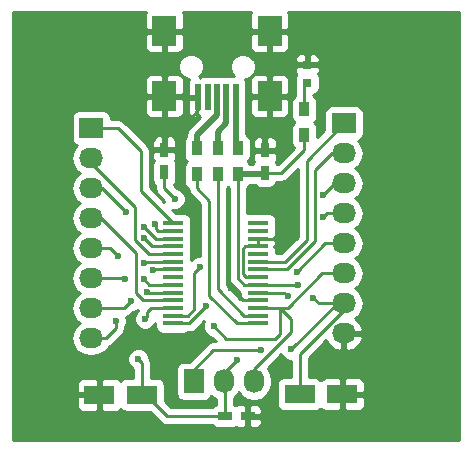
<source format=gtl>
G04 #@! TF.FileFunction,Copper,L1,Top,Signal*
%FSLAX46Y46*%
G04 Gerber Fmt 4.6, Leading zero omitted, Abs format (unit mm)*
G04 Created by KiCad (PCBNEW 4.0.2+dfsg1-stable) date Mon 21 Aug 2017 12:22:30 PM CEST*
%MOMM*%
G01*
G04 APERTURE LIST*
%ADD10C,0.100000*%
%ADD11R,1.200000X0.750000*%
%ADD12R,2.600960X1.600200*%
%ADD13R,0.750000X1.200000*%
%ADD14R,0.797560X0.797560*%
%ADD15R,0.900000X1.200000*%
%ADD16R,0.500380X2.301240*%
%ADD17R,1.998980X2.499360*%
%ADD18R,1.727200X2.032000*%
%ADD19O,1.727200X2.032000*%
%ADD20R,2.032000X1.727200*%
%ADD21O,2.032000X1.727200*%
%ADD22R,1.750000X0.450000*%
%ADD23C,0.600000*%
%ADD24C,0.250000*%
%ADD25C,0.500000*%
%ADD26C,0.254000*%
G04 APERTURE END LIST*
D10*
D11*
X136400000Y-119800000D03*
X138300000Y-119800000D03*
D12*
X129350860Y-118000000D03*
X125749140Y-118000000D03*
X142699140Y-117950000D03*
X146300860Y-117950000D03*
D13*
X139750000Y-99200000D03*
X139750000Y-97300000D03*
X131250000Y-99150000D03*
X131250000Y-97250000D03*
D14*
X143350000Y-91549300D03*
X143350000Y-90050700D03*
D15*
X137450000Y-99300000D03*
X137450000Y-97100000D03*
D16*
X137300200Y-92799320D03*
X136500100Y-92799320D03*
X135700000Y-92799320D03*
X134899900Y-92799320D03*
X134099800Y-92799320D03*
D17*
X140150080Y-92700260D03*
X140150080Y-87201160D03*
X131249920Y-92700260D03*
X131249920Y-87201160D03*
D18*
X133750000Y-116850000D03*
D19*
X136290000Y-116850000D03*
X138830000Y-116850000D03*
D20*
X125050000Y-95400000D03*
D21*
X125050000Y-97940000D03*
X125050000Y-100480000D03*
X125050000Y-103020000D03*
X125050000Y-105560000D03*
X125050000Y-108100000D03*
X125050000Y-110640000D03*
X125050000Y-113180000D03*
D20*
X146450000Y-95000000D03*
D21*
X146450000Y-97540000D03*
X146450000Y-100080000D03*
X146450000Y-102620000D03*
X146450000Y-105160000D03*
X146450000Y-107700000D03*
X146450000Y-110240000D03*
X146450000Y-112780000D03*
D15*
X134000000Y-99300000D03*
X134000000Y-97100000D03*
X135750000Y-99300000D03*
X135750000Y-97100000D03*
X143100000Y-96000000D03*
X143100000Y-93800000D03*
D22*
X132000000Y-103475000D03*
X132000000Y-104125000D03*
X132000000Y-104775000D03*
X132000000Y-105425000D03*
X132000000Y-106075000D03*
X132000000Y-106725000D03*
X132000000Y-107375000D03*
X132000000Y-108025000D03*
X132000000Y-108675000D03*
X132000000Y-109325000D03*
X132000000Y-109975000D03*
X132000000Y-110625000D03*
X132000000Y-111275000D03*
X132000000Y-111925000D03*
X139200000Y-111925000D03*
X139200000Y-111275000D03*
X139200000Y-110625000D03*
X139200000Y-109975000D03*
X139200000Y-109325000D03*
X139200000Y-108675000D03*
X139200000Y-108025000D03*
X139200000Y-107375000D03*
X139200000Y-106725000D03*
X139200000Y-106075000D03*
X139200000Y-105425000D03*
X139200000Y-104775000D03*
X139200000Y-104125000D03*
X139200000Y-103475000D03*
D23*
X129050000Y-114950000D03*
X129500000Y-104700000D03*
X137400000Y-115050000D03*
X141700000Y-109650000D03*
X141200000Y-102000000D03*
X132700000Y-95300000D03*
X130300000Y-107450000D03*
X136900000Y-108950000D03*
X139400000Y-114200000D03*
X142000000Y-114150000D03*
X142550000Y-108700000D03*
X143850000Y-109750000D03*
X135450000Y-112200000D03*
X132150000Y-101400000D03*
X128000000Y-102500000D03*
X129550000Y-103800000D03*
X130450000Y-103500000D03*
X127300000Y-106200000D03*
X127950000Y-108200000D03*
X129500000Y-108200000D03*
X129750000Y-109300000D03*
X128450000Y-110050000D03*
X129550000Y-106850000D03*
X127150000Y-111750000D03*
X144650000Y-101100000D03*
X134250000Y-107150000D03*
X134800000Y-110500000D03*
X144650000Y-102950000D03*
X129600000Y-111550000D03*
X142500000Y-107550000D03*
D24*
X132000000Y-105425000D02*
X130225000Y-105425000D01*
X129350860Y-115250860D02*
X129350860Y-118000000D01*
X129050000Y-114950000D02*
X129350860Y-115250860D01*
X130225000Y-105425000D02*
X129500000Y-104700000D01*
X139200000Y-109325000D02*
X141375000Y-109325000D01*
X137400000Y-115050000D02*
X136290000Y-116160000D01*
X141375000Y-109325000D02*
X141700000Y-109650000D01*
X136290000Y-116160000D02*
X136290000Y-116850000D01*
X136400000Y-119800000D02*
X131500000Y-119800000D01*
X131500000Y-119800000D02*
X129700000Y-118000000D01*
X129700000Y-118000000D02*
X129350860Y-118000000D01*
X136400000Y-119800000D02*
X136400000Y-116960000D01*
X136400000Y-116960000D02*
X136290000Y-116850000D01*
X141150000Y-102350000D02*
X141150000Y-102050000D01*
X140425000Y-104775000D02*
X141150000Y-104050000D01*
X141150000Y-104050000D02*
X141150000Y-102350000D01*
X139200000Y-104775000D02*
X140425000Y-104775000D01*
X141150000Y-102050000D02*
X141200000Y-102000000D01*
X134099800Y-92799320D02*
X134099800Y-93900200D01*
X134099800Y-93900200D02*
X132700000Y-95300000D01*
X132000000Y-107375000D02*
X130375000Y-107375000D01*
X130375000Y-107375000D02*
X130300000Y-107450000D01*
X139200000Y-108025000D02*
X138175000Y-108025000D01*
X138075000Y-105425000D02*
X139200000Y-105425000D01*
X137900002Y-105599998D02*
X138075000Y-105425000D01*
X137900002Y-107750002D02*
X137900002Y-105599998D01*
X138175000Y-108025000D02*
X137900002Y-107750002D01*
X139200000Y-105425000D02*
X139200000Y-104775000D01*
X139200000Y-109975000D02*
X137925000Y-109975000D01*
X137925000Y-109975000D02*
X136900000Y-108950000D01*
X143100000Y-96000000D02*
X143100000Y-97250000D01*
X141150000Y-99200000D02*
X139750000Y-99200000D01*
X143100000Y-97250000D02*
X141150000Y-99200000D01*
X142699140Y-117950000D02*
X142699140Y-114550860D01*
X142699140Y-114550860D02*
X146450000Y-110800000D01*
X146450000Y-110800000D02*
X146450000Y-110240000D01*
D25*
X137450000Y-99300000D02*
X139650000Y-99300000D01*
X139650000Y-99300000D02*
X139750000Y-99200000D01*
D24*
X133750000Y-116850000D02*
X133750000Y-115850000D01*
X133750000Y-115850000D02*
X135400000Y-114200000D01*
X135400000Y-114200000D02*
X139400000Y-114200000D01*
X142000000Y-114150000D02*
X145910000Y-110240000D01*
X145910000Y-110240000D02*
X146450000Y-110240000D01*
X146450000Y-110240000D02*
X144340000Y-110240000D01*
X142525000Y-108675000D02*
X139200000Y-108675000D01*
X142550000Y-108700000D02*
X142525000Y-108675000D01*
X144340000Y-110240000D02*
X143850000Y-109750000D01*
X137450000Y-99300000D02*
X137450000Y-108100000D01*
X138025000Y-108675000D02*
X139200000Y-108675000D01*
X137450000Y-108100000D02*
X138025000Y-108675000D01*
X131250000Y-99150000D02*
X131250000Y-100500000D01*
X141025000Y-112825000D02*
X141025000Y-110625000D01*
X140600000Y-113250000D02*
X141025000Y-112825000D01*
X136500000Y-113250000D02*
X140600000Y-113250000D01*
X135450000Y-112200000D02*
X136500000Y-113250000D01*
X131250000Y-100500000D02*
X132150000Y-101400000D01*
X138830000Y-116850000D02*
X138830000Y-115820000D01*
X142000000Y-111600000D02*
X141025000Y-110625000D01*
X142000000Y-112650000D02*
X142000000Y-111600000D01*
X138830000Y-115820000D02*
X142000000Y-112650000D01*
X139200000Y-110625000D02*
X141025000Y-110625000D01*
X141025000Y-110625000D02*
X141675000Y-110625000D01*
X144600000Y-107700000D02*
X146450000Y-107700000D01*
X141675000Y-110625000D02*
X144600000Y-107700000D01*
X143100000Y-93800000D02*
X143100000Y-91799300D01*
X143100000Y-91799300D02*
X143350000Y-91549300D01*
D25*
X137300200Y-92799320D02*
X137300200Y-96950200D01*
X137300200Y-96950200D02*
X137450000Y-97100000D01*
X136500100Y-92799320D02*
X136500100Y-94999900D01*
X135750000Y-95750000D02*
X135750000Y-97100000D01*
X136500100Y-94999900D02*
X135750000Y-95750000D01*
X135700000Y-92799320D02*
X135700000Y-94300000D01*
X134000000Y-96000000D02*
X134000000Y-97100000D01*
X135700000Y-94300000D02*
X134000000Y-96000000D01*
D24*
X134000000Y-99300000D02*
X134000000Y-100500000D01*
X137375000Y-111925000D02*
X139200000Y-111925000D01*
X135050000Y-109600000D02*
X137375000Y-111925000D01*
X135050000Y-101550000D02*
X135050000Y-109600000D01*
X134000000Y-100500000D02*
X135050000Y-101550000D01*
X139200000Y-111275000D02*
X138025000Y-111275000D01*
X135750000Y-109000000D02*
X135750000Y-99300000D01*
X138025000Y-111275000D02*
X135750000Y-109000000D01*
X125050000Y-95400000D02*
X127300000Y-95400000D01*
X129250000Y-100725000D02*
X132000000Y-103475000D01*
X129250000Y-97350000D02*
X129250000Y-100725000D01*
X127300000Y-95400000D02*
X129250000Y-97350000D01*
X125050000Y-97940000D02*
X125050000Y-98350000D01*
X125050000Y-98350000D02*
X128800000Y-102100000D01*
X128800000Y-102100000D02*
X128800000Y-104900000D01*
X128800000Y-104900000D02*
X129975000Y-106075000D01*
X129975000Y-106075000D02*
X132000000Y-106075000D01*
X125050000Y-100480000D02*
X125980000Y-100480000D01*
X125980000Y-100480000D02*
X128000000Y-102500000D01*
X129550000Y-103800000D02*
X130525000Y-104775000D01*
X130525000Y-104775000D02*
X132000000Y-104775000D01*
X125050000Y-103020000D02*
X125870000Y-103020000D01*
X125870000Y-103020000D02*
X128850000Y-106000000D01*
X128850000Y-106000000D02*
X128850000Y-109400000D01*
X128850000Y-109400000D02*
X129425000Y-109975000D01*
X129425000Y-109975000D02*
X132000000Y-109975000D01*
X125050000Y-105560000D02*
X126660000Y-105560000D01*
X130725000Y-104125000D02*
X132000000Y-104125000D01*
X130518199Y-103918199D02*
X130725000Y-104125000D01*
X130518199Y-103568199D02*
X130518199Y-103918199D01*
X130450000Y-103500000D02*
X130518199Y-103568199D01*
X126660000Y-105560000D02*
X127300000Y-106200000D01*
X127850000Y-108100000D02*
X127950000Y-108200000D01*
X125050000Y-108100000D02*
X127850000Y-108100000D01*
X129975000Y-108675000D02*
X132000000Y-108675000D01*
X129500000Y-108200000D02*
X129975000Y-108675000D01*
X129775000Y-109325000D02*
X132000000Y-109325000D01*
X129750000Y-109300000D02*
X129775000Y-109325000D01*
X125050000Y-110640000D02*
X127860000Y-110640000D01*
X127860000Y-110640000D02*
X128450000Y-110050000D01*
X125050000Y-113180000D02*
X126320000Y-113180000D01*
X129675000Y-106725000D02*
X132000000Y-106725000D01*
X129550000Y-106850000D02*
X129675000Y-106725000D01*
X127150000Y-112350000D02*
X127150000Y-111750000D01*
X126320000Y-113180000D02*
X127150000Y-112350000D01*
X139200000Y-106725000D02*
X141475000Y-106725000D01*
X143300000Y-98150000D02*
X146450000Y-95000000D01*
X143300000Y-104900000D02*
X143300000Y-98150000D01*
X141475000Y-106725000D02*
X143300000Y-104900000D01*
X146450000Y-97540000D02*
X145410000Y-97540000D01*
X141625000Y-107375000D02*
X139200000Y-107375000D01*
X144000000Y-105000000D02*
X141625000Y-107375000D01*
X144000000Y-98950000D02*
X144000000Y-105000000D01*
X145410000Y-97540000D02*
X144000000Y-98950000D01*
X146450000Y-100080000D02*
X145670000Y-100080000D01*
X145670000Y-100080000D02*
X144650000Y-101100000D01*
X134250000Y-107150000D02*
X133750000Y-107650000D01*
X133750000Y-107650000D02*
X133750000Y-110750000D01*
X133750000Y-110750000D02*
X133225000Y-111275000D01*
X133225000Y-111275000D02*
X132000000Y-111275000D01*
X146450000Y-102620000D02*
X144980000Y-102620000D01*
X133375000Y-111925000D02*
X132000000Y-111925000D01*
X134800000Y-110500000D02*
X133375000Y-111925000D01*
X144980000Y-102620000D02*
X144650000Y-102950000D01*
X146450000Y-105160000D02*
X144890000Y-105160000D01*
X130075000Y-110625000D02*
X132000000Y-110625000D01*
X129750000Y-110950000D02*
X130075000Y-110625000D01*
X129750000Y-111400000D02*
X129750000Y-110950000D01*
X129600000Y-111550000D02*
X129750000Y-111400000D01*
X144890000Y-105160000D02*
X142500000Y-107550000D01*
D26*
G36*
X129615430Y-85825171D02*
X129615430Y-86915410D01*
X129774180Y-87074160D01*
X131122920Y-87074160D01*
X131122920Y-87054160D01*
X131376920Y-87054160D01*
X131376920Y-87074160D01*
X132725660Y-87074160D01*
X132884410Y-86915410D01*
X132884410Y-85825171D01*
X132795283Y-85610000D01*
X138604717Y-85610000D01*
X138515590Y-85825171D01*
X138515590Y-86915410D01*
X138674340Y-87074160D01*
X140023080Y-87074160D01*
X140023080Y-87054160D01*
X140277080Y-87054160D01*
X140277080Y-87074160D01*
X141625820Y-87074160D01*
X141784570Y-86915410D01*
X141784570Y-85825171D01*
X141695443Y-85610000D01*
X156190000Y-85610000D01*
X156190000Y-121790000D01*
X118410000Y-121790000D01*
X118410000Y-118285750D01*
X123813660Y-118285750D01*
X123813660Y-118926410D01*
X123910333Y-119159799D01*
X124088962Y-119338427D01*
X124322351Y-119435100D01*
X125463390Y-119435100D01*
X125622140Y-119276350D01*
X125622140Y-118127000D01*
X123972410Y-118127000D01*
X123813660Y-118285750D01*
X118410000Y-118285750D01*
X118410000Y-117073590D01*
X123813660Y-117073590D01*
X123813660Y-117714250D01*
X123972410Y-117873000D01*
X125622140Y-117873000D01*
X125622140Y-116723650D01*
X125463390Y-116564900D01*
X124322351Y-116564900D01*
X124088962Y-116661573D01*
X123910333Y-116840201D01*
X123813660Y-117073590D01*
X118410000Y-117073590D01*
X118410000Y-97940000D01*
X123366655Y-97940000D01*
X123480729Y-98513489D01*
X123805585Y-98999670D01*
X124120366Y-99210000D01*
X123805585Y-99420330D01*
X123480729Y-99906511D01*
X123366655Y-100480000D01*
X123480729Y-101053489D01*
X123805585Y-101539670D01*
X124120366Y-101750000D01*
X123805585Y-101960330D01*
X123480729Y-102446511D01*
X123366655Y-103020000D01*
X123480729Y-103593489D01*
X123805585Y-104079670D01*
X124120366Y-104290000D01*
X123805585Y-104500330D01*
X123480729Y-104986511D01*
X123366655Y-105560000D01*
X123480729Y-106133489D01*
X123805585Y-106619670D01*
X124120366Y-106830000D01*
X123805585Y-107040330D01*
X123480729Y-107526511D01*
X123366655Y-108100000D01*
X123480729Y-108673489D01*
X123805585Y-109159670D01*
X124120366Y-109370000D01*
X123805585Y-109580330D01*
X123480729Y-110066511D01*
X123366655Y-110640000D01*
X123480729Y-111213489D01*
X123805585Y-111699670D01*
X124120366Y-111910000D01*
X123805585Y-112120330D01*
X123480729Y-112606511D01*
X123366655Y-113180000D01*
X123480729Y-113753489D01*
X123805585Y-114239670D01*
X124291766Y-114564526D01*
X124865255Y-114678600D01*
X125234745Y-114678600D01*
X125808234Y-114564526D01*
X126294415Y-114239670D01*
X126521419Y-113899935D01*
X126610839Y-113882148D01*
X126857401Y-113717401D01*
X127687401Y-112887401D01*
X127852148Y-112640840D01*
X127910000Y-112350000D01*
X127910000Y-112312463D01*
X127942192Y-112280327D01*
X128084838Y-111936799D01*
X128085162Y-111564833D01*
X128005127Y-111371132D01*
X128150839Y-111342148D01*
X128397401Y-111177401D01*
X128589680Y-110985122D01*
X128635167Y-110985162D01*
X128978943Y-110843117D01*
X129019268Y-110802863D01*
X129017848Y-110809999D01*
X128807808Y-111019673D01*
X128665162Y-111363201D01*
X128664838Y-111735167D01*
X128806883Y-112078943D01*
X129069673Y-112342192D01*
X129413201Y-112484838D01*
X129785167Y-112485162D01*
X130128943Y-112343117D01*
X130392192Y-112080327D01*
X130477560Y-111874739D01*
X130477560Y-112150000D01*
X130521838Y-112385317D01*
X130660910Y-112601441D01*
X130873110Y-112746431D01*
X131125000Y-112797440D01*
X132875000Y-112797440D01*
X133110317Y-112753162D01*
X133216244Y-112685000D01*
X133375000Y-112685000D01*
X133665839Y-112627148D01*
X133912401Y-112462401D01*
X134624205Y-111750597D01*
X134515162Y-112013201D01*
X134514838Y-112385167D01*
X134656883Y-112728943D01*
X134919673Y-112992192D01*
X135263201Y-113134838D01*
X135310077Y-113134879D01*
X135615198Y-113440000D01*
X135400000Y-113440000D01*
X135109160Y-113497852D01*
X134862599Y-113662599D01*
X133338638Y-115186560D01*
X132886400Y-115186560D01*
X132651083Y-115230838D01*
X132434959Y-115369910D01*
X132289969Y-115582110D01*
X132238960Y-115834000D01*
X132238960Y-117866000D01*
X132283238Y-118101317D01*
X132422310Y-118317441D01*
X132634510Y-118462431D01*
X132886400Y-118513440D01*
X134613600Y-118513440D01*
X134848917Y-118469162D01*
X135065041Y-118330090D01*
X135210031Y-118117890D01*
X135218400Y-118076561D01*
X135230330Y-118094415D01*
X135640000Y-118368148D01*
X135640000Y-118807666D01*
X135564683Y-118821838D01*
X135348559Y-118960910D01*
X135294519Y-119040000D01*
X131814802Y-119040000D01*
X131298780Y-118523978D01*
X131298780Y-117199900D01*
X131254502Y-116964583D01*
X131115430Y-116748459D01*
X130903230Y-116603469D01*
X130651340Y-116552460D01*
X130110860Y-116552460D01*
X130110860Y-115250860D01*
X130053008Y-114960021D01*
X130053008Y-114960020D01*
X129985081Y-114858359D01*
X129985162Y-114764833D01*
X129843117Y-114421057D01*
X129580327Y-114157808D01*
X129236799Y-114015162D01*
X128864833Y-114014838D01*
X128521057Y-114156883D01*
X128257808Y-114419673D01*
X128115162Y-114763201D01*
X128114838Y-115135167D01*
X128256883Y-115478943D01*
X128519673Y-115742192D01*
X128590860Y-115771752D01*
X128590860Y-116552460D01*
X128050380Y-116552460D01*
X127815063Y-116596738D01*
X127598939Y-116735810D01*
X127552103Y-116804357D01*
X127409318Y-116661573D01*
X127175929Y-116564900D01*
X126034890Y-116564900D01*
X125876140Y-116723650D01*
X125876140Y-117873000D01*
X125896140Y-117873000D01*
X125896140Y-118127000D01*
X125876140Y-118127000D01*
X125876140Y-119276350D01*
X126034890Y-119435100D01*
X127175929Y-119435100D01*
X127409318Y-119338427D01*
X127551018Y-119196727D01*
X127586290Y-119251541D01*
X127798490Y-119396531D01*
X128050380Y-119447540D01*
X130072738Y-119447540D01*
X130962599Y-120337401D01*
X131209160Y-120502148D01*
X131257414Y-120511746D01*
X131500000Y-120560000D01*
X135293156Y-120560000D01*
X135335910Y-120626441D01*
X135548110Y-120771431D01*
X135800000Y-120822440D01*
X137000000Y-120822440D01*
X137235317Y-120778162D01*
X137338646Y-120711671D01*
X137340302Y-120713327D01*
X137573691Y-120810000D01*
X138014250Y-120810000D01*
X138173000Y-120651250D01*
X138173000Y-119927000D01*
X138427000Y-119927000D01*
X138427000Y-120651250D01*
X138585750Y-120810000D01*
X139026309Y-120810000D01*
X139259698Y-120713327D01*
X139438327Y-120534699D01*
X139535000Y-120301310D01*
X139535000Y-120085750D01*
X139376250Y-119927000D01*
X138427000Y-119927000D01*
X138173000Y-119927000D01*
X138153000Y-119927000D01*
X138153000Y-119673000D01*
X138173000Y-119673000D01*
X138173000Y-118948750D01*
X138427000Y-118948750D01*
X138427000Y-119673000D01*
X139376250Y-119673000D01*
X139535000Y-119514250D01*
X139535000Y-119298690D01*
X139438327Y-119065301D01*
X139259698Y-118886673D01*
X139026309Y-118790000D01*
X138585750Y-118790000D01*
X138427000Y-118948750D01*
X138173000Y-118948750D01*
X138014250Y-118790000D01*
X137573691Y-118790000D01*
X137340302Y-118886673D01*
X137338932Y-118888043D01*
X137251890Y-118828569D01*
X137160000Y-118809961D01*
X137160000Y-118221149D01*
X137349670Y-118094415D01*
X137560000Y-117779634D01*
X137770330Y-118094415D01*
X138256511Y-118419271D01*
X138830000Y-118533345D01*
X139403489Y-118419271D01*
X139889670Y-118094415D01*
X140214526Y-117608234D01*
X140328600Y-117034745D01*
X140328600Y-116665255D01*
X140214526Y-116091766D01*
X139981614Y-115743188D01*
X141159803Y-114564999D01*
X141206883Y-114678943D01*
X141469673Y-114942192D01*
X141813201Y-115084838D01*
X141939140Y-115084948D01*
X141939140Y-116502460D01*
X141398660Y-116502460D01*
X141163343Y-116546738D01*
X140947219Y-116685810D01*
X140802229Y-116898010D01*
X140751220Y-117149900D01*
X140751220Y-118750100D01*
X140795498Y-118985417D01*
X140934570Y-119201541D01*
X141146770Y-119346531D01*
X141398660Y-119397540D01*
X143999620Y-119397540D01*
X144234937Y-119353262D01*
X144451061Y-119214190D01*
X144497897Y-119145643D01*
X144640682Y-119288427D01*
X144874071Y-119385100D01*
X146015110Y-119385100D01*
X146173860Y-119226350D01*
X146173860Y-118077000D01*
X146427860Y-118077000D01*
X146427860Y-119226350D01*
X146586610Y-119385100D01*
X147727649Y-119385100D01*
X147961038Y-119288427D01*
X148139667Y-119109799D01*
X148236340Y-118876410D01*
X148236340Y-118235750D01*
X148077590Y-118077000D01*
X146427860Y-118077000D01*
X146173860Y-118077000D01*
X146153860Y-118077000D01*
X146153860Y-117823000D01*
X146173860Y-117823000D01*
X146173860Y-116673650D01*
X146427860Y-116673650D01*
X146427860Y-117823000D01*
X148077590Y-117823000D01*
X148236340Y-117664250D01*
X148236340Y-117023590D01*
X148139667Y-116790201D01*
X147961038Y-116611573D01*
X147727649Y-116514900D01*
X146586610Y-116514900D01*
X146427860Y-116673650D01*
X146173860Y-116673650D01*
X146015110Y-116514900D01*
X144874071Y-116514900D01*
X144640682Y-116611573D01*
X144498982Y-116753273D01*
X144463710Y-116698459D01*
X144251510Y-116553469D01*
X143999620Y-116502460D01*
X143459140Y-116502460D01*
X143459140Y-114865662D01*
X144950858Y-113373944D01*
X145099268Y-113682036D01*
X145535680Y-114071954D01*
X146088087Y-114265184D01*
X146323000Y-114120924D01*
X146323000Y-112907000D01*
X146577000Y-112907000D01*
X146577000Y-114120924D01*
X146811913Y-114265184D01*
X147364320Y-114071954D01*
X147800732Y-113682036D01*
X148054709Y-113154791D01*
X148057358Y-113139026D01*
X147936217Y-112907000D01*
X146577000Y-112907000D01*
X146323000Y-112907000D01*
X146303000Y-112907000D01*
X146303000Y-112653000D01*
X146323000Y-112653000D01*
X146323000Y-112633000D01*
X146577000Y-112633000D01*
X146577000Y-112653000D01*
X147936217Y-112653000D01*
X148057358Y-112420974D01*
X148054709Y-112405209D01*
X147800732Y-111877964D01*
X147384931Y-111506461D01*
X147694415Y-111299670D01*
X148019271Y-110813489D01*
X148133345Y-110240000D01*
X148019271Y-109666511D01*
X147694415Y-109180330D01*
X147379634Y-108970000D01*
X147694415Y-108759670D01*
X148019271Y-108273489D01*
X148133345Y-107700000D01*
X148019271Y-107126511D01*
X147694415Y-106640330D01*
X147379634Y-106430000D01*
X147694415Y-106219670D01*
X148019271Y-105733489D01*
X148133345Y-105160000D01*
X148019271Y-104586511D01*
X147694415Y-104100330D01*
X147379634Y-103890000D01*
X147694415Y-103679670D01*
X148019271Y-103193489D01*
X148133345Y-102620000D01*
X148019271Y-102046511D01*
X147694415Y-101560330D01*
X147379634Y-101350000D01*
X147694415Y-101139670D01*
X148019271Y-100653489D01*
X148133345Y-100080000D01*
X148019271Y-99506511D01*
X147694415Y-99020330D01*
X147379634Y-98810000D01*
X147694415Y-98599670D01*
X148019271Y-98113489D01*
X148133345Y-97540000D01*
X148019271Y-96966511D01*
X147694415Y-96480330D01*
X147680087Y-96470757D01*
X147701317Y-96466762D01*
X147917441Y-96327690D01*
X148062431Y-96115490D01*
X148113440Y-95863600D01*
X148113440Y-94136400D01*
X148069162Y-93901083D01*
X147930090Y-93684959D01*
X147717890Y-93539969D01*
X147466000Y-93488960D01*
X145434000Y-93488960D01*
X145198683Y-93533238D01*
X144982559Y-93672310D01*
X144837569Y-93884510D01*
X144786560Y-94136400D01*
X144786560Y-95588638D01*
X144197440Y-96177758D01*
X144197440Y-95400000D01*
X144153162Y-95164683D01*
X144014090Y-94948559D01*
X143944289Y-94900866D01*
X144001441Y-94864090D01*
X144146431Y-94651890D01*
X144197440Y-94400000D01*
X144197440Y-93200000D01*
X144153162Y-92964683D01*
X144014090Y-92748559D01*
X143860000Y-92643274D01*
X143860000Y-92574592D01*
X143984097Y-92551242D01*
X144200221Y-92412170D01*
X144345211Y-92199970D01*
X144396220Y-91948080D01*
X144396220Y-91150520D01*
X144351942Y-90915203D01*
X144285044Y-90811241D01*
X144287107Y-90809178D01*
X144383780Y-90575789D01*
X144383780Y-90336450D01*
X144225030Y-90177700D01*
X143477000Y-90177700D01*
X143477000Y-90197700D01*
X143223000Y-90197700D01*
X143223000Y-90177700D01*
X142474970Y-90177700D01*
X142316220Y-90336450D01*
X142316220Y-90575789D01*
X142412893Y-90809178D01*
X142414685Y-90810970D01*
X142354789Y-90898630D01*
X142303780Y-91150520D01*
X142303780Y-91948080D01*
X142340000Y-92140572D01*
X142340000Y-92644895D01*
X142198559Y-92735910D01*
X142053569Y-92948110D01*
X142002560Y-93200000D01*
X142002560Y-94400000D01*
X142046838Y-94635317D01*
X142185910Y-94851441D01*
X142255711Y-94899134D01*
X142198559Y-94935910D01*
X142053569Y-95148110D01*
X142002560Y-95400000D01*
X142002560Y-96600000D01*
X142046838Y-96835317D01*
X142185910Y-97051441D01*
X142208394Y-97066804D01*
X140835198Y-98440000D01*
X140742334Y-98440000D01*
X140728162Y-98364683D01*
X140661671Y-98261354D01*
X140663327Y-98259698D01*
X140760000Y-98026309D01*
X140760000Y-97585750D01*
X140601250Y-97427000D01*
X139877000Y-97427000D01*
X139877000Y-97447000D01*
X139623000Y-97447000D01*
X139623000Y-97427000D01*
X138898750Y-97427000D01*
X138740000Y-97585750D01*
X138740000Y-98026309D01*
X138836673Y-98259698D01*
X138838043Y-98261068D01*
X138778569Y-98348110D01*
X138765023Y-98415000D01*
X138471192Y-98415000D01*
X138364090Y-98248559D01*
X138294289Y-98200866D01*
X138351441Y-98164090D01*
X138496431Y-97951890D01*
X138547440Y-97700000D01*
X138547440Y-96573691D01*
X138740000Y-96573691D01*
X138740000Y-97014250D01*
X138898750Y-97173000D01*
X139623000Y-97173000D01*
X139623000Y-96223750D01*
X139877000Y-96223750D01*
X139877000Y-97173000D01*
X140601250Y-97173000D01*
X140760000Y-97014250D01*
X140760000Y-96573691D01*
X140663327Y-96340302D01*
X140484699Y-96161673D01*
X140251310Y-96065000D01*
X140035750Y-96065000D01*
X139877000Y-96223750D01*
X139623000Y-96223750D01*
X139464250Y-96065000D01*
X139248690Y-96065000D01*
X139015301Y-96161673D01*
X138836673Y-96340302D01*
X138740000Y-96573691D01*
X138547440Y-96573691D01*
X138547440Y-96500000D01*
X138503162Y-96264683D01*
X138364090Y-96048559D01*
X138185200Y-95926329D01*
X138185200Y-94012309D01*
X138197830Y-93949940D01*
X138197830Y-92986010D01*
X138515590Y-92986010D01*
X138515590Y-94076249D01*
X138612263Y-94309638D01*
X138790891Y-94488267D01*
X139024280Y-94584940D01*
X139864330Y-94584940D01*
X140023080Y-94426190D01*
X140023080Y-92827260D01*
X140277080Y-92827260D01*
X140277080Y-94426190D01*
X140435830Y-94584940D01*
X141275880Y-94584940D01*
X141509269Y-94488267D01*
X141687897Y-94309638D01*
X141784570Y-94076249D01*
X141784570Y-92986010D01*
X141625820Y-92827260D01*
X140277080Y-92827260D01*
X140023080Y-92827260D01*
X138674340Y-92827260D01*
X138515590Y-92986010D01*
X138197830Y-92986010D01*
X138197830Y-91648700D01*
X138153552Y-91413383D01*
X138096210Y-91324271D01*
X138515590Y-91324271D01*
X138515590Y-92414510D01*
X138674340Y-92573260D01*
X140023080Y-92573260D01*
X140023080Y-90974330D01*
X140277080Y-90974330D01*
X140277080Y-92573260D01*
X141625820Y-92573260D01*
X141784570Y-92414510D01*
X141784570Y-91324271D01*
X141687897Y-91090882D01*
X141509269Y-90912253D01*
X141275880Y-90815580D01*
X140435830Y-90815580D01*
X140277080Y-90974330D01*
X140023080Y-90974330D01*
X139864330Y-90815580D01*
X139024280Y-90815580D01*
X138790891Y-90912253D01*
X138612263Y-91090882D01*
X138515590Y-91324271D01*
X138096210Y-91324271D01*
X138071345Y-91285630D01*
X138114430Y-91285668D01*
X138513203Y-91120898D01*
X138818566Y-90816067D01*
X138984031Y-90417583D01*
X138984408Y-89986110D01*
X138819638Y-89587337D01*
X138758020Y-89525611D01*
X142316220Y-89525611D01*
X142316220Y-89764950D01*
X142474970Y-89923700D01*
X143223000Y-89923700D01*
X143223000Y-89175670D01*
X143477000Y-89175670D01*
X143477000Y-89923700D01*
X144225030Y-89923700D01*
X144383780Y-89764950D01*
X144383780Y-89525611D01*
X144287107Y-89292222D01*
X144108479Y-89113593D01*
X143875090Y-89016920D01*
X143635750Y-89016920D01*
X143477000Y-89175670D01*
X143223000Y-89175670D01*
X143064250Y-89016920D01*
X142824910Y-89016920D01*
X142591521Y-89113593D01*
X142412893Y-89292222D01*
X142316220Y-89525611D01*
X138758020Y-89525611D01*
X138514807Y-89281974D01*
X138116323Y-89116509D01*
X137684850Y-89116132D01*
X137286077Y-89280902D01*
X136980714Y-89585733D01*
X136815249Y-89984217D01*
X136814872Y-90415690D01*
X136979642Y-90814463D01*
X137166114Y-91001260D01*
X137050010Y-91001260D01*
X136894648Y-91030493D01*
X136750290Y-91001260D01*
X136249910Y-91001260D01*
X136094548Y-91030493D01*
X135950190Y-91001260D01*
X135449810Y-91001260D01*
X135294448Y-91030493D01*
X135150090Y-91001260D01*
X134649710Y-91001260D01*
X134509816Y-91027583D01*
X134476300Y-91013700D01*
X134383645Y-91013700D01*
X134238845Y-91158500D01*
X134226802Y-91166249D01*
X134226802Y-91013700D01*
X134221308Y-91013700D01*
X134419286Y-90816067D01*
X134584751Y-90417583D01*
X134585128Y-89986110D01*
X134420358Y-89587337D01*
X134115527Y-89281974D01*
X133717043Y-89116509D01*
X133285570Y-89116132D01*
X132886797Y-89280902D01*
X132581434Y-89585733D01*
X132415969Y-89984217D01*
X132415592Y-90415690D01*
X132580362Y-90814463D01*
X132885193Y-91119826D01*
X133283677Y-91285291D01*
X133314967Y-91285318D01*
X133311283Y-91289002D01*
X133214610Y-91522391D01*
X133214610Y-92513570D01*
X133373360Y-92672320D01*
X133974705Y-92672320D01*
X133974705Y-92652320D01*
X134002270Y-92652320D01*
X134002270Y-93949940D01*
X134046548Y-94185257D01*
X134185620Y-94401381D01*
X134231293Y-94432588D01*
X134273563Y-94474858D01*
X133374210Y-95374210D01*
X133182367Y-95661325D01*
X133182367Y-95661326D01*
X133114999Y-96000000D01*
X133115000Y-96000005D01*
X133115000Y-96025331D01*
X133098559Y-96035910D01*
X132953569Y-96248110D01*
X132902560Y-96500000D01*
X132902560Y-97700000D01*
X132946838Y-97935317D01*
X133085910Y-98151441D01*
X133155711Y-98199134D01*
X133098559Y-98235910D01*
X132953569Y-98448110D01*
X132902560Y-98700000D01*
X132902560Y-99900000D01*
X132946838Y-100135317D01*
X133085910Y-100351441D01*
X133240000Y-100456726D01*
X133240000Y-100500000D01*
X133297852Y-100790839D01*
X133462599Y-101037401D01*
X134290000Y-101864802D01*
X134290000Y-106215034D01*
X134064833Y-106214838D01*
X133721057Y-106356883D01*
X133522440Y-106555154D01*
X133522440Y-106500000D01*
X133502933Y-106396329D01*
X133522440Y-106300000D01*
X133522440Y-105850000D01*
X133502933Y-105746329D01*
X133522440Y-105650000D01*
X133522440Y-105200000D01*
X133502933Y-105096329D01*
X133522440Y-105000000D01*
X133522440Y-104550000D01*
X133502933Y-104446329D01*
X133522440Y-104350000D01*
X133522440Y-103900000D01*
X133502933Y-103796329D01*
X133522440Y-103700000D01*
X133522440Y-103250000D01*
X133478162Y-103014683D01*
X133339090Y-102798559D01*
X133126890Y-102653569D01*
X132875000Y-102602560D01*
X132202362Y-102602560D01*
X131914359Y-102314557D01*
X131963201Y-102334838D01*
X132335167Y-102335162D01*
X132678943Y-102193117D01*
X132942192Y-101930327D01*
X133084838Y-101586799D01*
X133085162Y-101214833D01*
X132943117Y-100871057D01*
X132680327Y-100607808D01*
X132336799Y-100465162D01*
X132289923Y-100465121D01*
X132053594Y-100228792D01*
X132076441Y-100214090D01*
X132221431Y-100001890D01*
X132272440Y-99750000D01*
X132272440Y-98550000D01*
X132228162Y-98314683D01*
X132161671Y-98211354D01*
X132163327Y-98209698D01*
X132260000Y-97976309D01*
X132260000Y-97535750D01*
X132101250Y-97377000D01*
X131377000Y-97377000D01*
X131377000Y-97397000D01*
X131123000Y-97397000D01*
X131123000Y-97377000D01*
X130398750Y-97377000D01*
X130240000Y-97535750D01*
X130240000Y-97976309D01*
X130336673Y-98209698D01*
X130338043Y-98211068D01*
X130278569Y-98298110D01*
X130227560Y-98550000D01*
X130227560Y-99750000D01*
X130271838Y-99985317D01*
X130410910Y-100201441D01*
X130490000Y-100255481D01*
X130490000Y-100500000D01*
X130547852Y-100790839D01*
X130712599Y-101037401D01*
X131214878Y-101539680D01*
X131214838Y-101585167D01*
X131235870Y-101636068D01*
X130010000Y-100410198D01*
X130010000Y-97350000D01*
X129960271Y-97100000D01*
X129952148Y-97059160D01*
X129787401Y-96812599D01*
X129498493Y-96523691D01*
X130240000Y-96523691D01*
X130240000Y-96964250D01*
X130398750Y-97123000D01*
X131123000Y-97123000D01*
X131123000Y-96173750D01*
X131377000Y-96173750D01*
X131377000Y-97123000D01*
X132101250Y-97123000D01*
X132260000Y-96964250D01*
X132260000Y-96523691D01*
X132163327Y-96290302D01*
X131984699Y-96111673D01*
X131751310Y-96015000D01*
X131535750Y-96015000D01*
X131377000Y-96173750D01*
X131123000Y-96173750D01*
X130964250Y-96015000D01*
X130748690Y-96015000D01*
X130515301Y-96111673D01*
X130336673Y-96290302D01*
X130240000Y-96523691D01*
X129498493Y-96523691D01*
X127837401Y-94862599D01*
X127590839Y-94697852D01*
X127300000Y-94640000D01*
X126713440Y-94640000D01*
X126713440Y-94536400D01*
X126669162Y-94301083D01*
X126530090Y-94084959D01*
X126317890Y-93939969D01*
X126066000Y-93888960D01*
X124034000Y-93888960D01*
X123798683Y-93933238D01*
X123582559Y-94072310D01*
X123437569Y-94284510D01*
X123386560Y-94536400D01*
X123386560Y-96263600D01*
X123430838Y-96498917D01*
X123569910Y-96715041D01*
X123782110Y-96860031D01*
X123823439Y-96868400D01*
X123805585Y-96880330D01*
X123480729Y-97366511D01*
X123366655Y-97940000D01*
X118410000Y-97940000D01*
X118410000Y-92986010D01*
X129615430Y-92986010D01*
X129615430Y-94076249D01*
X129712103Y-94309638D01*
X129890731Y-94488267D01*
X130124120Y-94584940D01*
X130964170Y-94584940D01*
X131122920Y-94426190D01*
X131122920Y-92827260D01*
X131376920Y-92827260D01*
X131376920Y-94426190D01*
X131535670Y-94584940D01*
X132375720Y-94584940D01*
X132609109Y-94488267D01*
X132787737Y-94309638D01*
X132884410Y-94076249D01*
X132884410Y-93085070D01*
X133214610Y-93085070D01*
X133214610Y-94076249D01*
X133311283Y-94309638D01*
X133489911Y-94488267D01*
X133723300Y-94584940D01*
X133815955Y-94584940D01*
X133974705Y-94426190D01*
X133974705Y-92926320D01*
X133373360Y-92926320D01*
X133214610Y-93085070D01*
X132884410Y-93085070D01*
X132884410Y-92986010D01*
X132725660Y-92827260D01*
X131376920Y-92827260D01*
X131122920Y-92827260D01*
X129774180Y-92827260D01*
X129615430Y-92986010D01*
X118410000Y-92986010D01*
X118410000Y-91324271D01*
X129615430Y-91324271D01*
X129615430Y-92414510D01*
X129774180Y-92573260D01*
X131122920Y-92573260D01*
X131122920Y-90974330D01*
X131376920Y-90974330D01*
X131376920Y-92573260D01*
X132725660Y-92573260D01*
X132884410Y-92414510D01*
X132884410Y-91324271D01*
X132787737Y-91090882D01*
X132609109Y-90912253D01*
X132375720Y-90815580D01*
X131535670Y-90815580D01*
X131376920Y-90974330D01*
X131122920Y-90974330D01*
X130964170Y-90815580D01*
X130124120Y-90815580D01*
X129890731Y-90912253D01*
X129712103Y-91090882D01*
X129615430Y-91324271D01*
X118410000Y-91324271D01*
X118410000Y-87486910D01*
X129615430Y-87486910D01*
X129615430Y-88577149D01*
X129712103Y-88810538D01*
X129890731Y-88989167D01*
X130124120Y-89085840D01*
X130964170Y-89085840D01*
X131122920Y-88927090D01*
X131122920Y-87328160D01*
X131376920Y-87328160D01*
X131376920Y-88927090D01*
X131535670Y-89085840D01*
X132375720Y-89085840D01*
X132609109Y-88989167D01*
X132787737Y-88810538D01*
X132884410Y-88577149D01*
X132884410Y-87486910D01*
X138515590Y-87486910D01*
X138515590Y-88577149D01*
X138612263Y-88810538D01*
X138790891Y-88989167D01*
X139024280Y-89085840D01*
X139864330Y-89085840D01*
X140023080Y-88927090D01*
X140023080Y-87328160D01*
X140277080Y-87328160D01*
X140277080Y-88927090D01*
X140435830Y-89085840D01*
X141275880Y-89085840D01*
X141509269Y-88989167D01*
X141687897Y-88810538D01*
X141784570Y-88577149D01*
X141784570Y-87486910D01*
X141625820Y-87328160D01*
X140277080Y-87328160D01*
X140023080Y-87328160D01*
X138674340Y-87328160D01*
X138515590Y-87486910D01*
X132884410Y-87486910D01*
X132725660Y-87328160D01*
X131376920Y-87328160D01*
X131122920Y-87328160D01*
X129774180Y-87328160D01*
X129615430Y-87486910D01*
X118410000Y-87486910D01*
X118410000Y-85610000D01*
X129704557Y-85610000D01*
X129615430Y-85825171D01*
X129615430Y-85825171D01*
G37*
X129615430Y-85825171D02*
X129615430Y-86915410D01*
X129774180Y-87074160D01*
X131122920Y-87074160D01*
X131122920Y-87054160D01*
X131376920Y-87054160D01*
X131376920Y-87074160D01*
X132725660Y-87074160D01*
X132884410Y-86915410D01*
X132884410Y-85825171D01*
X132795283Y-85610000D01*
X138604717Y-85610000D01*
X138515590Y-85825171D01*
X138515590Y-86915410D01*
X138674340Y-87074160D01*
X140023080Y-87074160D01*
X140023080Y-87054160D01*
X140277080Y-87054160D01*
X140277080Y-87074160D01*
X141625820Y-87074160D01*
X141784570Y-86915410D01*
X141784570Y-85825171D01*
X141695443Y-85610000D01*
X156190000Y-85610000D01*
X156190000Y-121790000D01*
X118410000Y-121790000D01*
X118410000Y-118285750D01*
X123813660Y-118285750D01*
X123813660Y-118926410D01*
X123910333Y-119159799D01*
X124088962Y-119338427D01*
X124322351Y-119435100D01*
X125463390Y-119435100D01*
X125622140Y-119276350D01*
X125622140Y-118127000D01*
X123972410Y-118127000D01*
X123813660Y-118285750D01*
X118410000Y-118285750D01*
X118410000Y-117073590D01*
X123813660Y-117073590D01*
X123813660Y-117714250D01*
X123972410Y-117873000D01*
X125622140Y-117873000D01*
X125622140Y-116723650D01*
X125463390Y-116564900D01*
X124322351Y-116564900D01*
X124088962Y-116661573D01*
X123910333Y-116840201D01*
X123813660Y-117073590D01*
X118410000Y-117073590D01*
X118410000Y-97940000D01*
X123366655Y-97940000D01*
X123480729Y-98513489D01*
X123805585Y-98999670D01*
X124120366Y-99210000D01*
X123805585Y-99420330D01*
X123480729Y-99906511D01*
X123366655Y-100480000D01*
X123480729Y-101053489D01*
X123805585Y-101539670D01*
X124120366Y-101750000D01*
X123805585Y-101960330D01*
X123480729Y-102446511D01*
X123366655Y-103020000D01*
X123480729Y-103593489D01*
X123805585Y-104079670D01*
X124120366Y-104290000D01*
X123805585Y-104500330D01*
X123480729Y-104986511D01*
X123366655Y-105560000D01*
X123480729Y-106133489D01*
X123805585Y-106619670D01*
X124120366Y-106830000D01*
X123805585Y-107040330D01*
X123480729Y-107526511D01*
X123366655Y-108100000D01*
X123480729Y-108673489D01*
X123805585Y-109159670D01*
X124120366Y-109370000D01*
X123805585Y-109580330D01*
X123480729Y-110066511D01*
X123366655Y-110640000D01*
X123480729Y-111213489D01*
X123805585Y-111699670D01*
X124120366Y-111910000D01*
X123805585Y-112120330D01*
X123480729Y-112606511D01*
X123366655Y-113180000D01*
X123480729Y-113753489D01*
X123805585Y-114239670D01*
X124291766Y-114564526D01*
X124865255Y-114678600D01*
X125234745Y-114678600D01*
X125808234Y-114564526D01*
X126294415Y-114239670D01*
X126521419Y-113899935D01*
X126610839Y-113882148D01*
X126857401Y-113717401D01*
X127687401Y-112887401D01*
X127852148Y-112640840D01*
X127910000Y-112350000D01*
X127910000Y-112312463D01*
X127942192Y-112280327D01*
X128084838Y-111936799D01*
X128085162Y-111564833D01*
X128005127Y-111371132D01*
X128150839Y-111342148D01*
X128397401Y-111177401D01*
X128589680Y-110985122D01*
X128635167Y-110985162D01*
X128978943Y-110843117D01*
X129019268Y-110802863D01*
X129017848Y-110809999D01*
X128807808Y-111019673D01*
X128665162Y-111363201D01*
X128664838Y-111735167D01*
X128806883Y-112078943D01*
X129069673Y-112342192D01*
X129413201Y-112484838D01*
X129785167Y-112485162D01*
X130128943Y-112343117D01*
X130392192Y-112080327D01*
X130477560Y-111874739D01*
X130477560Y-112150000D01*
X130521838Y-112385317D01*
X130660910Y-112601441D01*
X130873110Y-112746431D01*
X131125000Y-112797440D01*
X132875000Y-112797440D01*
X133110317Y-112753162D01*
X133216244Y-112685000D01*
X133375000Y-112685000D01*
X133665839Y-112627148D01*
X133912401Y-112462401D01*
X134624205Y-111750597D01*
X134515162Y-112013201D01*
X134514838Y-112385167D01*
X134656883Y-112728943D01*
X134919673Y-112992192D01*
X135263201Y-113134838D01*
X135310077Y-113134879D01*
X135615198Y-113440000D01*
X135400000Y-113440000D01*
X135109160Y-113497852D01*
X134862599Y-113662599D01*
X133338638Y-115186560D01*
X132886400Y-115186560D01*
X132651083Y-115230838D01*
X132434959Y-115369910D01*
X132289969Y-115582110D01*
X132238960Y-115834000D01*
X132238960Y-117866000D01*
X132283238Y-118101317D01*
X132422310Y-118317441D01*
X132634510Y-118462431D01*
X132886400Y-118513440D01*
X134613600Y-118513440D01*
X134848917Y-118469162D01*
X135065041Y-118330090D01*
X135210031Y-118117890D01*
X135218400Y-118076561D01*
X135230330Y-118094415D01*
X135640000Y-118368148D01*
X135640000Y-118807666D01*
X135564683Y-118821838D01*
X135348559Y-118960910D01*
X135294519Y-119040000D01*
X131814802Y-119040000D01*
X131298780Y-118523978D01*
X131298780Y-117199900D01*
X131254502Y-116964583D01*
X131115430Y-116748459D01*
X130903230Y-116603469D01*
X130651340Y-116552460D01*
X130110860Y-116552460D01*
X130110860Y-115250860D01*
X130053008Y-114960021D01*
X130053008Y-114960020D01*
X129985081Y-114858359D01*
X129985162Y-114764833D01*
X129843117Y-114421057D01*
X129580327Y-114157808D01*
X129236799Y-114015162D01*
X128864833Y-114014838D01*
X128521057Y-114156883D01*
X128257808Y-114419673D01*
X128115162Y-114763201D01*
X128114838Y-115135167D01*
X128256883Y-115478943D01*
X128519673Y-115742192D01*
X128590860Y-115771752D01*
X128590860Y-116552460D01*
X128050380Y-116552460D01*
X127815063Y-116596738D01*
X127598939Y-116735810D01*
X127552103Y-116804357D01*
X127409318Y-116661573D01*
X127175929Y-116564900D01*
X126034890Y-116564900D01*
X125876140Y-116723650D01*
X125876140Y-117873000D01*
X125896140Y-117873000D01*
X125896140Y-118127000D01*
X125876140Y-118127000D01*
X125876140Y-119276350D01*
X126034890Y-119435100D01*
X127175929Y-119435100D01*
X127409318Y-119338427D01*
X127551018Y-119196727D01*
X127586290Y-119251541D01*
X127798490Y-119396531D01*
X128050380Y-119447540D01*
X130072738Y-119447540D01*
X130962599Y-120337401D01*
X131209160Y-120502148D01*
X131257414Y-120511746D01*
X131500000Y-120560000D01*
X135293156Y-120560000D01*
X135335910Y-120626441D01*
X135548110Y-120771431D01*
X135800000Y-120822440D01*
X137000000Y-120822440D01*
X137235317Y-120778162D01*
X137338646Y-120711671D01*
X137340302Y-120713327D01*
X137573691Y-120810000D01*
X138014250Y-120810000D01*
X138173000Y-120651250D01*
X138173000Y-119927000D01*
X138427000Y-119927000D01*
X138427000Y-120651250D01*
X138585750Y-120810000D01*
X139026309Y-120810000D01*
X139259698Y-120713327D01*
X139438327Y-120534699D01*
X139535000Y-120301310D01*
X139535000Y-120085750D01*
X139376250Y-119927000D01*
X138427000Y-119927000D01*
X138173000Y-119927000D01*
X138153000Y-119927000D01*
X138153000Y-119673000D01*
X138173000Y-119673000D01*
X138173000Y-118948750D01*
X138427000Y-118948750D01*
X138427000Y-119673000D01*
X139376250Y-119673000D01*
X139535000Y-119514250D01*
X139535000Y-119298690D01*
X139438327Y-119065301D01*
X139259698Y-118886673D01*
X139026309Y-118790000D01*
X138585750Y-118790000D01*
X138427000Y-118948750D01*
X138173000Y-118948750D01*
X138014250Y-118790000D01*
X137573691Y-118790000D01*
X137340302Y-118886673D01*
X137338932Y-118888043D01*
X137251890Y-118828569D01*
X137160000Y-118809961D01*
X137160000Y-118221149D01*
X137349670Y-118094415D01*
X137560000Y-117779634D01*
X137770330Y-118094415D01*
X138256511Y-118419271D01*
X138830000Y-118533345D01*
X139403489Y-118419271D01*
X139889670Y-118094415D01*
X140214526Y-117608234D01*
X140328600Y-117034745D01*
X140328600Y-116665255D01*
X140214526Y-116091766D01*
X139981614Y-115743188D01*
X141159803Y-114564999D01*
X141206883Y-114678943D01*
X141469673Y-114942192D01*
X141813201Y-115084838D01*
X141939140Y-115084948D01*
X141939140Y-116502460D01*
X141398660Y-116502460D01*
X141163343Y-116546738D01*
X140947219Y-116685810D01*
X140802229Y-116898010D01*
X140751220Y-117149900D01*
X140751220Y-118750100D01*
X140795498Y-118985417D01*
X140934570Y-119201541D01*
X141146770Y-119346531D01*
X141398660Y-119397540D01*
X143999620Y-119397540D01*
X144234937Y-119353262D01*
X144451061Y-119214190D01*
X144497897Y-119145643D01*
X144640682Y-119288427D01*
X144874071Y-119385100D01*
X146015110Y-119385100D01*
X146173860Y-119226350D01*
X146173860Y-118077000D01*
X146427860Y-118077000D01*
X146427860Y-119226350D01*
X146586610Y-119385100D01*
X147727649Y-119385100D01*
X147961038Y-119288427D01*
X148139667Y-119109799D01*
X148236340Y-118876410D01*
X148236340Y-118235750D01*
X148077590Y-118077000D01*
X146427860Y-118077000D01*
X146173860Y-118077000D01*
X146153860Y-118077000D01*
X146153860Y-117823000D01*
X146173860Y-117823000D01*
X146173860Y-116673650D01*
X146427860Y-116673650D01*
X146427860Y-117823000D01*
X148077590Y-117823000D01*
X148236340Y-117664250D01*
X148236340Y-117023590D01*
X148139667Y-116790201D01*
X147961038Y-116611573D01*
X147727649Y-116514900D01*
X146586610Y-116514900D01*
X146427860Y-116673650D01*
X146173860Y-116673650D01*
X146015110Y-116514900D01*
X144874071Y-116514900D01*
X144640682Y-116611573D01*
X144498982Y-116753273D01*
X144463710Y-116698459D01*
X144251510Y-116553469D01*
X143999620Y-116502460D01*
X143459140Y-116502460D01*
X143459140Y-114865662D01*
X144950858Y-113373944D01*
X145099268Y-113682036D01*
X145535680Y-114071954D01*
X146088087Y-114265184D01*
X146323000Y-114120924D01*
X146323000Y-112907000D01*
X146577000Y-112907000D01*
X146577000Y-114120924D01*
X146811913Y-114265184D01*
X147364320Y-114071954D01*
X147800732Y-113682036D01*
X148054709Y-113154791D01*
X148057358Y-113139026D01*
X147936217Y-112907000D01*
X146577000Y-112907000D01*
X146323000Y-112907000D01*
X146303000Y-112907000D01*
X146303000Y-112653000D01*
X146323000Y-112653000D01*
X146323000Y-112633000D01*
X146577000Y-112633000D01*
X146577000Y-112653000D01*
X147936217Y-112653000D01*
X148057358Y-112420974D01*
X148054709Y-112405209D01*
X147800732Y-111877964D01*
X147384931Y-111506461D01*
X147694415Y-111299670D01*
X148019271Y-110813489D01*
X148133345Y-110240000D01*
X148019271Y-109666511D01*
X147694415Y-109180330D01*
X147379634Y-108970000D01*
X147694415Y-108759670D01*
X148019271Y-108273489D01*
X148133345Y-107700000D01*
X148019271Y-107126511D01*
X147694415Y-106640330D01*
X147379634Y-106430000D01*
X147694415Y-106219670D01*
X148019271Y-105733489D01*
X148133345Y-105160000D01*
X148019271Y-104586511D01*
X147694415Y-104100330D01*
X147379634Y-103890000D01*
X147694415Y-103679670D01*
X148019271Y-103193489D01*
X148133345Y-102620000D01*
X148019271Y-102046511D01*
X147694415Y-101560330D01*
X147379634Y-101350000D01*
X147694415Y-101139670D01*
X148019271Y-100653489D01*
X148133345Y-100080000D01*
X148019271Y-99506511D01*
X147694415Y-99020330D01*
X147379634Y-98810000D01*
X147694415Y-98599670D01*
X148019271Y-98113489D01*
X148133345Y-97540000D01*
X148019271Y-96966511D01*
X147694415Y-96480330D01*
X147680087Y-96470757D01*
X147701317Y-96466762D01*
X147917441Y-96327690D01*
X148062431Y-96115490D01*
X148113440Y-95863600D01*
X148113440Y-94136400D01*
X148069162Y-93901083D01*
X147930090Y-93684959D01*
X147717890Y-93539969D01*
X147466000Y-93488960D01*
X145434000Y-93488960D01*
X145198683Y-93533238D01*
X144982559Y-93672310D01*
X144837569Y-93884510D01*
X144786560Y-94136400D01*
X144786560Y-95588638D01*
X144197440Y-96177758D01*
X144197440Y-95400000D01*
X144153162Y-95164683D01*
X144014090Y-94948559D01*
X143944289Y-94900866D01*
X144001441Y-94864090D01*
X144146431Y-94651890D01*
X144197440Y-94400000D01*
X144197440Y-93200000D01*
X144153162Y-92964683D01*
X144014090Y-92748559D01*
X143860000Y-92643274D01*
X143860000Y-92574592D01*
X143984097Y-92551242D01*
X144200221Y-92412170D01*
X144345211Y-92199970D01*
X144396220Y-91948080D01*
X144396220Y-91150520D01*
X144351942Y-90915203D01*
X144285044Y-90811241D01*
X144287107Y-90809178D01*
X144383780Y-90575789D01*
X144383780Y-90336450D01*
X144225030Y-90177700D01*
X143477000Y-90177700D01*
X143477000Y-90197700D01*
X143223000Y-90197700D01*
X143223000Y-90177700D01*
X142474970Y-90177700D01*
X142316220Y-90336450D01*
X142316220Y-90575789D01*
X142412893Y-90809178D01*
X142414685Y-90810970D01*
X142354789Y-90898630D01*
X142303780Y-91150520D01*
X142303780Y-91948080D01*
X142340000Y-92140572D01*
X142340000Y-92644895D01*
X142198559Y-92735910D01*
X142053569Y-92948110D01*
X142002560Y-93200000D01*
X142002560Y-94400000D01*
X142046838Y-94635317D01*
X142185910Y-94851441D01*
X142255711Y-94899134D01*
X142198559Y-94935910D01*
X142053569Y-95148110D01*
X142002560Y-95400000D01*
X142002560Y-96600000D01*
X142046838Y-96835317D01*
X142185910Y-97051441D01*
X142208394Y-97066804D01*
X140835198Y-98440000D01*
X140742334Y-98440000D01*
X140728162Y-98364683D01*
X140661671Y-98261354D01*
X140663327Y-98259698D01*
X140760000Y-98026309D01*
X140760000Y-97585750D01*
X140601250Y-97427000D01*
X139877000Y-97427000D01*
X139877000Y-97447000D01*
X139623000Y-97447000D01*
X139623000Y-97427000D01*
X138898750Y-97427000D01*
X138740000Y-97585750D01*
X138740000Y-98026309D01*
X138836673Y-98259698D01*
X138838043Y-98261068D01*
X138778569Y-98348110D01*
X138765023Y-98415000D01*
X138471192Y-98415000D01*
X138364090Y-98248559D01*
X138294289Y-98200866D01*
X138351441Y-98164090D01*
X138496431Y-97951890D01*
X138547440Y-97700000D01*
X138547440Y-96573691D01*
X138740000Y-96573691D01*
X138740000Y-97014250D01*
X138898750Y-97173000D01*
X139623000Y-97173000D01*
X139623000Y-96223750D01*
X139877000Y-96223750D01*
X139877000Y-97173000D01*
X140601250Y-97173000D01*
X140760000Y-97014250D01*
X140760000Y-96573691D01*
X140663327Y-96340302D01*
X140484699Y-96161673D01*
X140251310Y-96065000D01*
X140035750Y-96065000D01*
X139877000Y-96223750D01*
X139623000Y-96223750D01*
X139464250Y-96065000D01*
X139248690Y-96065000D01*
X139015301Y-96161673D01*
X138836673Y-96340302D01*
X138740000Y-96573691D01*
X138547440Y-96573691D01*
X138547440Y-96500000D01*
X138503162Y-96264683D01*
X138364090Y-96048559D01*
X138185200Y-95926329D01*
X138185200Y-94012309D01*
X138197830Y-93949940D01*
X138197830Y-92986010D01*
X138515590Y-92986010D01*
X138515590Y-94076249D01*
X138612263Y-94309638D01*
X138790891Y-94488267D01*
X139024280Y-94584940D01*
X139864330Y-94584940D01*
X140023080Y-94426190D01*
X140023080Y-92827260D01*
X140277080Y-92827260D01*
X140277080Y-94426190D01*
X140435830Y-94584940D01*
X141275880Y-94584940D01*
X141509269Y-94488267D01*
X141687897Y-94309638D01*
X141784570Y-94076249D01*
X141784570Y-92986010D01*
X141625820Y-92827260D01*
X140277080Y-92827260D01*
X140023080Y-92827260D01*
X138674340Y-92827260D01*
X138515590Y-92986010D01*
X138197830Y-92986010D01*
X138197830Y-91648700D01*
X138153552Y-91413383D01*
X138096210Y-91324271D01*
X138515590Y-91324271D01*
X138515590Y-92414510D01*
X138674340Y-92573260D01*
X140023080Y-92573260D01*
X140023080Y-90974330D01*
X140277080Y-90974330D01*
X140277080Y-92573260D01*
X141625820Y-92573260D01*
X141784570Y-92414510D01*
X141784570Y-91324271D01*
X141687897Y-91090882D01*
X141509269Y-90912253D01*
X141275880Y-90815580D01*
X140435830Y-90815580D01*
X140277080Y-90974330D01*
X140023080Y-90974330D01*
X139864330Y-90815580D01*
X139024280Y-90815580D01*
X138790891Y-90912253D01*
X138612263Y-91090882D01*
X138515590Y-91324271D01*
X138096210Y-91324271D01*
X138071345Y-91285630D01*
X138114430Y-91285668D01*
X138513203Y-91120898D01*
X138818566Y-90816067D01*
X138984031Y-90417583D01*
X138984408Y-89986110D01*
X138819638Y-89587337D01*
X138758020Y-89525611D01*
X142316220Y-89525611D01*
X142316220Y-89764950D01*
X142474970Y-89923700D01*
X143223000Y-89923700D01*
X143223000Y-89175670D01*
X143477000Y-89175670D01*
X143477000Y-89923700D01*
X144225030Y-89923700D01*
X144383780Y-89764950D01*
X144383780Y-89525611D01*
X144287107Y-89292222D01*
X144108479Y-89113593D01*
X143875090Y-89016920D01*
X143635750Y-89016920D01*
X143477000Y-89175670D01*
X143223000Y-89175670D01*
X143064250Y-89016920D01*
X142824910Y-89016920D01*
X142591521Y-89113593D01*
X142412893Y-89292222D01*
X142316220Y-89525611D01*
X138758020Y-89525611D01*
X138514807Y-89281974D01*
X138116323Y-89116509D01*
X137684850Y-89116132D01*
X137286077Y-89280902D01*
X136980714Y-89585733D01*
X136815249Y-89984217D01*
X136814872Y-90415690D01*
X136979642Y-90814463D01*
X137166114Y-91001260D01*
X137050010Y-91001260D01*
X136894648Y-91030493D01*
X136750290Y-91001260D01*
X136249910Y-91001260D01*
X136094548Y-91030493D01*
X135950190Y-91001260D01*
X135449810Y-91001260D01*
X135294448Y-91030493D01*
X135150090Y-91001260D01*
X134649710Y-91001260D01*
X134509816Y-91027583D01*
X134476300Y-91013700D01*
X134383645Y-91013700D01*
X134238845Y-91158500D01*
X134226802Y-91166249D01*
X134226802Y-91013700D01*
X134221308Y-91013700D01*
X134419286Y-90816067D01*
X134584751Y-90417583D01*
X134585128Y-89986110D01*
X134420358Y-89587337D01*
X134115527Y-89281974D01*
X133717043Y-89116509D01*
X133285570Y-89116132D01*
X132886797Y-89280902D01*
X132581434Y-89585733D01*
X132415969Y-89984217D01*
X132415592Y-90415690D01*
X132580362Y-90814463D01*
X132885193Y-91119826D01*
X133283677Y-91285291D01*
X133314967Y-91285318D01*
X133311283Y-91289002D01*
X133214610Y-91522391D01*
X133214610Y-92513570D01*
X133373360Y-92672320D01*
X133974705Y-92672320D01*
X133974705Y-92652320D01*
X134002270Y-92652320D01*
X134002270Y-93949940D01*
X134046548Y-94185257D01*
X134185620Y-94401381D01*
X134231293Y-94432588D01*
X134273563Y-94474858D01*
X133374210Y-95374210D01*
X133182367Y-95661325D01*
X133182367Y-95661326D01*
X133114999Y-96000000D01*
X133115000Y-96000005D01*
X133115000Y-96025331D01*
X133098559Y-96035910D01*
X132953569Y-96248110D01*
X132902560Y-96500000D01*
X132902560Y-97700000D01*
X132946838Y-97935317D01*
X133085910Y-98151441D01*
X133155711Y-98199134D01*
X133098559Y-98235910D01*
X132953569Y-98448110D01*
X132902560Y-98700000D01*
X132902560Y-99900000D01*
X132946838Y-100135317D01*
X133085910Y-100351441D01*
X133240000Y-100456726D01*
X133240000Y-100500000D01*
X133297852Y-100790839D01*
X133462599Y-101037401D01*
X134290000Y-101864802D01*
X134290000Y-106215034D01*
X134064833Y-106214838D01*
X133721057Y-106356883D01*
X133522440Y-106555154D01*
X133522440Y-106500000D01*
X133502933Y-106396329D01*
X133522440Y-106300000D01*
X133522440Y-105850000D01*
X133502933Y-105746329D01*
X133522440Y-105650000D01*
X133522440Y-105200000D01*
X133502933Y-105096329D01*
X133522440Y-105000000D01*
X133522440Y-104550000D01*
X133502933Y-104446329D01*
X133522440Y-104350000D01*
X133522440Y-103900000D01*
X133502933Y-103796329D01*
X133522440Y-103700000D01*
X133522440Y-103250000D01*
X133478162Y-103014683D01*
X133339090Y-102798559D01*
X133126890Y-102653569D01*
X132875000Y-102602560D01*
X132202362Y-102602560D01*
X131914359Y-102314557D01*
X131963201Y-102334838D01*
X132335167Y-102335162D01*
X132678943Y-102193117D01*
X132942192Y-101930327D01*
X133084838Y-101586799D01*
X133085162Y-101214833D01*
X132943117Y-100871057D01*
X132680327Y-100607808D01*
X132336799Y-100465162D01*
X132289923Y-100465121D01*
X132053594Y-100228792D01*
X132076441Y-100214090D01*
X132221431Y-100001890D01*
X132272440Y-99750000D01*
X132272440Y-98550000D01*
X132228162Y-98314683D01*
X132161671Y-98211354D01*
X132163327Y-98209698D01*
X132260000Y-97976309D01*
X132260000Y-97535750D01*
X132101250Y-97377000D01*
X131377000Y-97377000D01*
X131377000Y-97397000D01*
X131123000Y-97397000D01*
X131123000Y-97377000D01*
X130398750Y-97377000D01*
X130240000Y-97535750D01*
X130240000Y-97976309D01*
X130336673Y-98209698D01*
X130338043Y-98211068D01*
X130278569Y-98298110D01*
X130227560Y-98550000D01*
X130227560Y-99750000D01*
X130271838Y-99985317D01*
X130410910Y-100201441D01*
X130490000Y-100255481D01*
X130490000Y-100500000D01*
X130547852Y-100790839D01*
X130712599Y-101037401D01*
X131214878Y-101539680D01*
X131214838Y-101585167D01*
X131235870Y-101636068D01*
X130010000Y-100410198D01*
X130010000Y-97350000D01*
X129960271Y-97100000D01*
X129952148Y-97059160D01*
X129787401Y-96812599D01*
X129498493Y-96523691D01*
X130240000Y-96523691D01*
X130240000Y-96964250D01*
X130398750Y-97123000D01*
X131123000Y-97123000D01*
X131123000Y-96173750D01*
X131377000Y-96173750D01*
X131377000Y-97123000D01*
X132101250Y-97123000D01*
X132260000Y-96964250D01*
X132260000Y-96523691D01*
X132163327Y-96290302D01*
X131984699Y-96111673D01*
X131751310Y-96015000D01*
X131535750Y-96015000D01*
X131377000Y-96173750D01*
X131123000Y-96173750D01*
X130964250Y-96015000D01*
X130748690Y-96015000D01*
X130515301Y-96111673D01*
X130336673Y-96290302D01*
X130240000Y-96523691D01*
X129498493Y-96523691D01*
X127837401Y-94862599D01*
X127590839Y-94697852D01*
X127300000Y-94640000D01*
X126713440Y-94640000D01*
X126713440Y-94536400D01*
X126669162Y-94301083D01*
X126530090Y-94084959D01*
X126317890Y-93939969D01*
X126066000Y-93888960D01*
X124034000Y-93888960D01*
X123798683Y-93933238D01*
X123582559Y-94072310D01*
X123437569Y-94284510D01*
X123386560Y-94536400D01*
X123386560Y-96263600D01*
X123430838Y-96498917D01*
X123569910Y-96715041D01*
X123782110Y-96860031D01*
X123823439Y-96868400D01*
X123805585Y-96880330D01*
X123480729Y-97366511D01*
X123366655Y-97940000D01*
X118410000Y-97940000D01*
X118410000Y-92986010D01*
X129615430Y-92986010D01*
X129615430Y-94076249D01*
X129712103Y-94309638D01*
X129890731Y-94488267D01*
X130124120Y-94584940D01*
X130964170Y-94584940D01*
X131122920Y-94426190D01*
X131122920Y-92827260D01*
X131376920Y-92827260D01*
X131376920Y-94426190D01*
X131535670Y-94584940D01*
X132375720Y-94584940D01*
X132609109Y-94488267D01*
X132787737Y-94309638D01*
X132884410Y-94076249D01*
X132884410Y-93085070D01*
X133214610Y-93085070D01*
X133214610Y-94076249D01*
X133311283Y-94309638D01*
X133489911Y-94488267D01*
X133723300Y-94584940D01*
X133815955Y-94584940D01*
X133974705Y-94426190D01*
X133974705Y-92926320D01*
X133373360Y-92926320D01*
X133214610Y-93085070D01*
X132884410Y-93085070D01*
X132884410Y-92986010D01*
X132725660Y-92827260D01*
X131376920Y-92827260D01*
X131122920Y-92827260D01*
X129774180Y-92827260D01*
X129615430Y-92986010D01*
X118410000Y-92986010D01*
X118410000Y-91324271D01*
X129615430Y-91324271D01*
X129615430Y-92414510D01*
X129774180Y-92573260D01*
X131122920Y-92573260D01*
X131122920Y-90974330D01*
X131376920Y-90974330D01*
X131376920Y-92573260D01*
X132725660Y-92573260D01*
X132884410Y-92414510D01*
X132884410Y-91324271D01*
X132787737Y-91090882D01*
X132609109Y-90912253D01*
X132375720Y-90815580D01*
X131535670Y-90815580D01*
X131376920Y-90974330D01*
X131122920Y-90974330D01*
X130964170Y-90815580D01*
X130124120Y-90815580D01*
X129890731Y-90912253D01*
X129712103Y-91090882D01*
X129615430Y-91324271D01*
X118410000Y-91324271D01*
X118410000Y-87486910D01*
X129615430Y-87486910D01*
X129615430Y-88577149D01*
X129712103Y-88810538D01*
X129890731Y-88989167D01*
X130124120Y-89085840D01*
X130964170Y-89085840D01*
X131122920Y-88927090D01*
X131122920Y-87328160D01*
X131376920Y-87328160D01*
X131376920Y-88927090D01*
X131535670Y-89085840D01*
X132375720Y-89085840D01*
X132609109Y-88989167D01*
X132787737Y-88810538D01*
X132884410Y-88577149D01*
X132884410Y-87486910D01*
X138515590Y-87486910D01*
X138515590Y-88577149D01*
X138612263Y-88810538D01*
X138790891Y-88989167D01*
X139024280Y-89085840D01*
X139864330Y-89085840D01*
X140023080Y-88927090D01*
X140023080Y-87328160D01*
X140277080Y-87328160D01*
X140277080Y-88927090D01*
X140435830Y-89085840D01*
X141275880Y-89085840D01*
X141509269Y-88989167D01*
X141687897Y-88810538D01*
X141784570Y-88577149D01*
X141784570Y-87486910D01*
X141625820Y-87328160D01*
X140277080Y-87328160D01*
X140023080Y-87328160D01*
X138674340Y-87328160D01*
X138515590Y-87486910D01*
X132884410Y-87486910D01*
X132725660Y-87328160D01*
X131376920Y-87328160D01*
X131122920Y-87328160D01*
X129774180Y-87328160D01*
X129615430Y-87486910D01*
X118410000Y-87486910D01*
X118410000Y-85610000D01*
X129704557Y-85610000D01*
X129615430Y-85825171D01*
G36*
X136690000Y-100456726D02*
X136690000Y-108100000D01*
X136747852Y-108390839D01*
X136912599Y-108637401D01*
X137487599Y-109212401D01*
X137677560Y-109339329D01*
X137677560Y-109550000D01*
X137690980Y-109621323D01*
X137690000Y-109623690D01*
X137690000Y-109703750D01*
X137710312Y-109724062D01*
X137721838Y-109785317D01*
X137762172Y-109847998D01*
X137690000Y-109847998D01*
X137690000Y-109865198D01*
X136510000Y-108685198D01*
X136510000Y-100455105D01*
X136601477Y-100396241D01*
X136690000Y-100456726D01*
X136690000Y-100456726D01*
G37*
X136690000Y-100456726D02*
X136690000Y-108100000D01*
X136747852Y-108390839D01*
X136912599Y-108637401D01*
X137487599Y-109212401D01*
X137677560Y-109339329D01*
X137677560Y-109550000D01*
X137690980Y-109621323D01*
X137690000Y-109623690D01*
X137690000Y-109703750D01*
X137710312Y-109724062D01*
X137721838Y-109785317D01*
X137762172Y-109847998D01*
X137690000Y-109847998D01*
X137690000Y-109865198D01*
X136510000Y-108685198D01*
X136510000Y-100455105D01*
X136601477Y-100396241D01*
X136690000Y-100456726D01*
G36*
X142540000Y-104585198D02*
X141160198Y-105965000D01*
X140722440Y-105965000D01*
X140722440Y-105850000D01*
X140709020Y-105778677D01*
X140710000Y-105776310D01*
X140710000Y-105696250D01*
X140689688Y-105675938D01*
X140678162Y-105614683D01*
X140552941Y-105420084D01*
X140613327Y-105359699D01*
X140690597Y-105173153D01*
X140710000Y-105153750D01*
X140710000Y-105046250D01*
X140690597Y-105026847D01*
X140613327Y-104840301D01*
X140551070Y-104778044D01*
X140671431Y-104601890D01*
X140686558Y-104527192D01*
X140710000Y-104503750D01*
X140710000Y-104423690D01*
X140708333Y-104419665D01*
X140722440Y-104350000D01*
X140722440Y-103900000D01*
X140702933Y-103796329D01*
X140722440Y-103700000D01*
X140722440Y-103250000D01*
X140678162Y-103014683D01*
X140539090Y-102798559D01*
X140326890Y-102653569D01*
X140075000Y-102602560D01*
X138325000Y-102602560D01*
X138210000Y-102624199D01*
X138210000Y-100455105D01*
X138351441Y-100364090D01*
X138473808Y-100185000D01*
X138868156Y-100185000D01*
X138910910Y-100251441D01*
X139123110Y-100396431D01*
X139375000Y-100447440D01*
X140125000Y-100447440D01*
X140360317Y-100403162D01*
X140576441Y-100264090D01*
X140721431Y-100051890D01*
X140740039Y-99960000D01*
X141150000Y-99960000D01*
X141440839Y-99902148D01*
X141687401Y-99737401D01*
X142540000Y-98884802D01*
X142540000Y-104585198D01*
X142540000Y-104585198D01*
G37*
X142540000Y-104585198D02*
X141160198Y-105965000D01*
X140722440Y-105965000D01*
X140722440Y-105850000D01*
X140709020Y-105778677D01*
X140710000Y-105776310D01*
X140710000Y-105696250D01*
X140689688Y-105675938D01*
X140678162Y-105614683D01*
X140552941Y-105420084D01*
X140613327Y-105359699D01*
X140690597Y-105173153D01*
X140710000Y-105153750D01*
X140710000Y-105046250D01*
X140690597Y-105026847D01*
X140613327Y-104840301D01*
X140551070Y-104778044D01*
X140671431Y-104601890D01*
X140686558Y-104527192D01*
X140710000Y-104503750D01*
X140710000Y-104423690D01*
X140708333Y-104419665D01*
X140722440Y-104350000D01*
X140722440Y-103900000D01*
X140702933Y-103796329D01*
X140722440Y-103700000D01*
X140722440Y-103250000D01*
X140678162Y-103014683D01*
X140539090Y-102798559D01*
X140326890Y-102653569D01*
X140075000Y-102602560D01*
X138325000Y-102602560D01*
X138210000Y-102624199D01*
X138210000Y-100455105D01*
X138351441Y-100364090D01*
X138473808Y-100185000D01*
X138868156Y-100185000D01*
X138910910Y-100251441D01*
X139123110Y-100396431D01*
X139375000Y-100447440D01*
X140125000Y-100447440D01*
X140360317Y-100403162D01*
X140576441Y-100264090D01*
X140721431Y-100051890D01*
X140740039Y-99960000D01*
X141150000Y-99960000D01*
X141440839Y-99902148D01*
X141687401Y-99737401D01*
X142540000Y-98884802D01*
X142540000Y-104585198D01*
M02*

</source>
